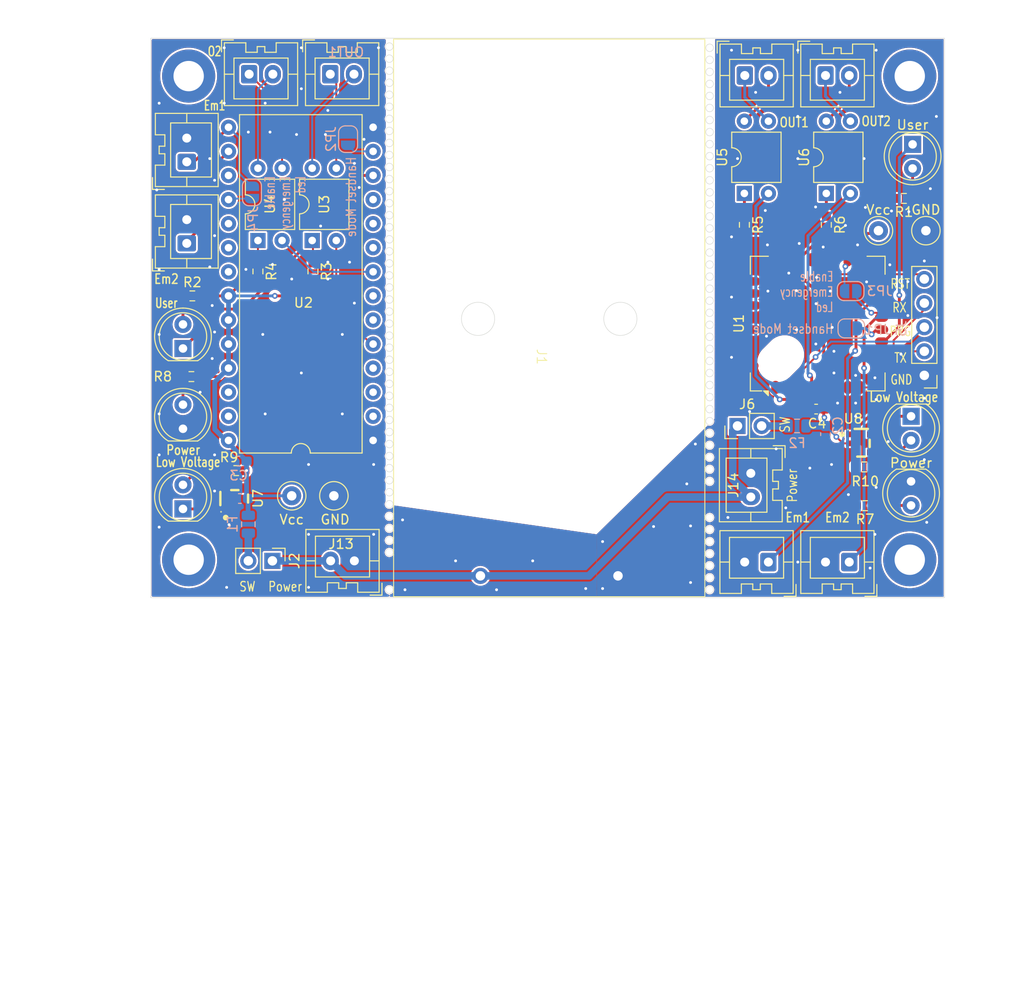
<source format=kicad_pcb>
(kicad_pcb (version 20240108) (generator "pcbnew") (generator_version "8.0")
  (layers (0 "F.Cu" signal) (31 "B.Cu" signal) (34 "B.Paste" user) (35 "F.Paste" user) (36 "B.SilkS" user "B.Silkscreen") (37 "F.SilkS" user "F.Silkscreen") (38 "B.Mask" user) (39 "F.Mask" user) (44 "Edge.Cuts" user))
  (net 0 "")
  (net 1 "VCC")
  (net 2 "GND")
  (net 3 "Net-(D1-A)")
  (net 4 "Net-(D1-K)")
  (net 5 "Net-(D2-A)")
  (net 6 "Net-(D2-K)")
  (net 7 "Net-(D3-A)")
  (net 8 "Net-(D4-A)")
  (net 9 "Net-(D5-A)")
  (net 10 "Net-(D5-K)")
  (net 11 "Net-(D6-K)")
  (net 12 "Net-(D6-A)")
  (net 13 "/DI1_1")
  (net 14 "/DI1_2")
  (net 15 "/TX2")
  (net 16 "/RX2")
  (net 17 "/PRG2")
  (net 18 "/RST2")
  (net 19 "Net-(J2-Pin_2)")
  (net 20 "Net-(J6-Pin_2)")
  (net 23 "/DI2_1")
  (net 24 "/DI2_2")
  (net 25 "Net-(J9-Pin_1)")
  (net 26 "Net-(J9-Pin_2)")
  (net 27 "Net-(J10-Pin_1)")
  (net 28 "Net-(J10-Pin_2)")
  (net 29 "Net-(J11-Pin_1)")
  (net 30 "Net-(J11-Pin_2)")
  (net 31 "Net-(J12-Pin_2)")
  (net 32 "Net-(J12-Pin_1)")
  (net 33 "Net-(JP1-B)")
  (net 34 "Net-(JP2-B)")
  (net 35 "Net-(R3-Pad1)")
  (net 36 "Net-(R4-Pad1)")
  (net 37 "Net-(R5-Pad1)")
  (net 38 "Net-(R6-Pad1)")
  (net 43 "/DO2_2")
  (net 46 "/DO1_2")
  (net 54 "/DO2_1")
  (net 58 "/DO1_1")
  (net 68 "/pwr")
  (net 71 "Net-(JP3-B)")
  (net 72 "Net-(JP4-B)")
  (footprint "Connector_JST:JST_XA_B02B-XASK-1_1x02_P2.50mm_Vertical" (layer "F.Cu") (at 170.544 41.456)
    (property "Reference" "OUT1")
    (property "Value" "XA02")
  )
  (footprint "Connector_PinHeader_2.54mm:PinHeader_1x02_P2.54mm_Vertical" (layer "F.Cu") (at 164.448 92.774 -90)
    (property "Reference" "J2")
    (property "Value" "Conn_01x02_Pin")
  )
  (footprint "R3111N211A:SOT-23-5_L2.9-W1.6-P0.95-LS2.8-BR" (layer "F.Cu") (at 226.508 80.383835 180)
    (property "Reference" "U8")
    (property "Value" "R3111N211A")
  )
  (footprint "Connector_JST:JST_XA_B02B-XASK-1_1x02_P2.50mm_Vertical" (layer "F.Cu") (at 155.42 59.293 90)
    (property "Reference" "Em2")
    (property "Value" "Emergency")
  )
  (footprint "Resistor_SMD:R_0603_1608Metric_Pad0.98x0.95mm_HandSolder" (layer "F.Cu") (at 156.0075 64.834)
    (property "Reference" "R2")
    (property "Value" "500")
  )
  (footprint "TestPoint:TestPoint_Loop_D1.80mm_Drill1.0mm_Beaded" (layer "F.Cu") (at 166.48 85.916)
    (property "Reference" "Vcc")
    (property "Value" "VCC")
  )
  (footprint "Package_DIP:DIP-4_W7.62mm" (layer "F.Cu") (at 222.823 54.029 90)
    (property "Reference" "U6")
    (property "Value" "PC817")
  )
  (footprint "Connector_JST:JST_XA_B02B-XASK-1_1x02_P2.50mm_Vertical" (layer "F.Cu") (at 173.084 92.774 180)
    (property "Reference" "J13")
    (property "Value" "XA02")
  )
  (footprint "Connector_JST:JST_XA_B02B-XASK-1_1x02_P2.50mm_Vertical" (layer "F.Cu") (at 214.232 41.593)
    (property "Reference" "OUT1")
    (property "Value" "XA02")
  )
  (footprint "R3111N211A:SOT-23-5_L2.9-W1.6-P0.95-LS2.8-BR" (layer "F.Cu") (at 160.483526 86.201066 -90)
    (property "Reference" "U7")
    (property "Value" "R3111N211A")
  )
  (footprint "Package_DIP:DIP-4_W7.62mm" (layer "F.Cu") (at 162.924 58.992 90)
    (property "Reference" "U4")
    (property "Value" "PC817")
  )
  (footprint "TestPoint:TestPoint_Loop_D1.80mm_Drill1.0mm_Beaded" (layer "F.Cu") (at 228.32 57.956)
    (property "Reference" "Vcc")
    (property "Value" "VCC")
  )
  (footprint "Resistor_SMD:R_0603_1608Metric_Pad0.98x0.95mm_HandSolder" (layer "F.Cu") (at 162.92 62.256 -90)
    (property "Reference" "R4")
    (property "Value" "300")
  )
  (footprint "battery_box:batterybox" (layer "F.Cu") (at 192.87 94.356 -90)
    (property "Reference" "J1")
    (property "Value" "BatteryBox")
    (fp_circle (center -27.1 6.75) (end -25.35 6.75) (stroke (width 0.05)) (fill none) (layer "Edge.Cuts"))
    (fp_circle (center -27.1 -8.25) (end -25.35 -8.25) (stroke (width 0.05)) (fill none) (layer "Edge.Cuts"))
  )
  (footprint "Connector_JST:JST_XA_B02B-XASK-1_1x02_P2.50mm_Vertical" (layer "F.Cu") (at 225.241 92.901 180)
    (property "Reference" "Em2")
    (property "Value" "Emergency1")
  )
  (footprint "Package_DIP:DIP-4_W7.62mm" (layer "F.Cu") (at 168.639 58.992 90)
    (property "Reference" "U3")
    (property "Value" "PC817")
  )
  (footprint "Package_DIP:DIP-28_W15.24mm" (layer "F.Cu") (at 175.06 80.074 180)
    (property "Reference" "U2")
    (property "Value" "TWE-L-DP-W")
  )
  (footprint "TestPoint:TestPoint_Loop_D1.80mm_Drill1.0mm_Beaded" (layer "F.Cu") (at 233.32 57.956)
    (property "Reference" "GND")
    (property "Value" "GND")
  )
  (footprint "MountingHole:MountingHole_3.2mm_M3_DIN965_Pad" (layer "F.Cu") (at 155.62 92.656)
    (property "Reference" "REF**" (hide yes))
    (property "Value" "MountingHole_3.2mm_M3_DIN965_Pad" (hide yes))
  )
  (footprint "Connector_JST:JST_XA_B02B-XASK-1_1x02_P2.50mm_Vertical" (layer "F.Cu") (at 216.7212 92.901 180)
    (property "Reference" "Em1")
    (property "Value" "Emergency2")
  )
  (footprint "Package_DIP:DIP-4_W7.62mm" (layer "F.Cu") (at 214.187 54.029 90)
    (property "Reference" "U5")
    (property "Value" "PC817")
  )
  (footprint "MountingHole:MountingHole_3.2mm_M3_DIN965_Pad" (layer "F.Cu") (at 231.62 92.656)
    (property "Reference" "REF**" (hide yes))
    (property "Value" "MountingHole_3.2mm_M3_DIN965_Pad" (hide yes))
  )
  (footprint "LED_THT:LED_D5.0mm" (layer "F.Cu") (at 155.02 70.379666 90)
    (property "Reference" "User")
    (property "Value" "usrLED")
  )
  (footprint "Connector_JST:JST_XA_B02B-XASK-1_1x02_P2.50mm_Vertical" (layer "F.Cu") (at 155.42 50.697 90)
    (property "Reference" "Em1")
    (property "Value" "Emergency")
  )
  (footprint "TestPoint:TestPoint_Loop_D1.80mm_Drill1.0mm_Beaded" (layer "F.Cu") (at 170.925 85.916)
    (property "Reference" "GND")
    (property "Value" "GND")
  )
  (footprint "Connector_PinHeader_2.54mm:PinHeader_1x05_P2.54mm_Vertical" (layer "F.Cu") (at 233.155 73.216 180)
    (property "Reference" "J5")
    (property "Value" "Program")
  )
  (footprint "Resistor_SMD:R_0603_1608Metric_Pad0.98x0.95mm_HandSolder" (layer "F.Cu") (at 226.9075 86.956 180)
    (property "Reference" "R7")
    (property "Value" "500")
  )
  (footprint "Resistor_SMD:R_0603_1608Metric_Pad0.98x0.95mm_HandSolder" (layer "F.Cu") (at 226.8285 82.868 180)
    (property "Reference" "R10")
    (property "Value" "500")
  )
  (footprint "LED_THT:LED_D5.0mm" (layer "F.Cu") (at 231.758 84.392 -90)
    (property "Reference" "Power")
    (property "Value" "pwrLED")
  )
  (footprint "LED_THT:LED_D5.0mm" (layer "F.Cu") (at 231.758 77.529 -90)
    (property "Reference" "Low Voltage")
    (property "Value" "btyLED")
  )
  (footprint "Resistor_SMD:R_0603_1608Metric_Pad0.98x0.95mm_HandSolder" (layer "F.Cu") (at 222.828 57.341 -90)
    (property "Reference" "R6")
    (property "Value" "300")
  )
  (footprint "Connector_JST:JST_XA_B02B-XASK-1_1x02_P2.50mm_Vertical" (layer "F.Cu") (at 214.867 83.543 -90)
    (property "Reference" "J14")
    (property "Value" "XA02")
  )
  (footprint "Resistor_SMD:R_0603_1608Metric_Pad0.98x0.95mm_HandSolder" (layer "F.Cu") (at 231.0075 54.556 180)
    (property "Reference" "R1")
    (property "Value" "500")
  )
  (footprint "Resistor_SMD:R_0603_1608Metric_Pad0.98x0.95mm_HandSolder" (layer "F.Cu") (at 214.192 57.341 -90)
    (property "Reference" "R5")
    (property "Value" "300")
  )
  (footprint "MountingHole:MountingHole_3.2mm_M3_DIN965_Pad" (layer "F.Cu") (at 231.62 41.656)
    (property "Reference" "REF**" (hide yes))
    (property "Value" "MountingHole_3.2mm_M3_DIN965_Pad" (hide yes))
  )
  (footprint "LED_THT:LED_D5.0mm" (layer "F.Cu") (at 155.02 87.296 90)
    (property "Reference" "Low Voltage")
    (property "Value" "btyLED")
  )
  (footprint "Resistor_SMD:R_0603_1608Metric_Pad0.98x0.95mm_HandSolder" (layer "F.Cu") (at 168.72 62.256 -90)
    (property "Reference" "R3")
    (property "Value" "300")
  )
  (footprint "Connector_JST:JST_XA_B02B-XASK-1_1x02_P2.50mm_Vertical" (layer "F.Cu") (at 222.741 41.593)
    (property "Reference" "OUT2")
    (property "Value" "XA02")
  )
  (footprint "Resistor_SMD:R_0603_1608Metric_Pad0.98x0.95mm_HandSolder" (layer "F.Cu") (at 155.9075 73.343)
    (property "Reference" "R8")
    (property "Value" "500")
  )
  (footprint "LED_THT:LED_D5.0mm" (layer "F.Cu") (at 231.92 48.856 -90)
    (property "Reference" "User")
    (property "Value" "usrLED")
  )
  (footprint "Connector_JST:JST_XA_B02B-XASK-1_1x02_P2.50mm_Vertical" (layer "F.Cu") (at 161.994 41.456)
    (property "Reference" "O2")
    (property "Value" "XA02")
  )
  (footprint "Connector_PinHeader_2.54mm:PinHeader_1x02_P2.54mm_Vertical" (layer "F.Cu") (at 213.465 78.55 90)
    (property "Reference" "J6")
    (property "Value" "Conn_01x02_Pin")
  )
  (footprint "Capacitor_SMD:C_0603_1608Metric_Pad1.08x0.95mm_HandSolder" (layer "F.Cu") (at 221.7515 76.772 180)
    (property "Reference" "C4")
    (property "Value" "100n")
  )
  (footprint "LED_THT:LED_D5.0mm" (layer "F.Cu") (at 155.02 78.846333 90)
    (property "Reference" "Power")
    (property "Value" "pwrLED")
  )
  (footprint "Resistor_SMD:R_0603_1608Metric_Pad0.98x0.95mm_HandSolder" (layer "F.Cu") (at 160.6325 83.256)
    (property "Reference" "R9")
    (property "Value" "500")
  )
  (footprint "MountingHole:MountingHole_3.2mm_M3_DIN965_Pad" (layer "F.Cu") (at 155.62 41.656)
    (property "Reference" "REF**" (hide yes))
    (property "Value" "MountingHole_3.2mm_M3_DIN965_Pad" (hide yes))
  )
  (footprint "RF_Module:MonoWireless_TWE-L-WX" (layer "F.Cu") (at 221.9165 67.755 90)
    (property "Reference" "U1")
    (property "Value" "TWE-L-WX")
  )
  (footprint "Capacitor_SMD:C_0603_1608Metric_Pad1.08x0.95mm_HandSolder" (layer "B.Cu") (at 161.018003 86.201003 180)
    (property "Reference" "C1" (hide yes))
    (property "Value" "1u")
  )
  (footprint "Jumper:SolderJumper-2_P1.3mm_Open_RoundedPad1.0x1.5mm" (layer "B.Cu") (at 225.461 68.263)
    (property "Reference" "JP1")
    (property "Value" "mode")
  )
  (footprint "Capacitor_SMD:C_0603_1608Metric_Pad1.08x0.95mm_HandSolder" (layer "B.Cu") (at 222.741 79.4125 -90)
    (property "Reference" "C2")
    (property "Value" "1u")
  )
  (footprint "Capacitor_SMD:C_0603_1608Metric_Pad1.08x0.95mm_HandSolder" (layer "B.Cu") (at 160.8575 82.256 180)
    (property "Reference" "C3")
    (property "Value" "100n")
  )
  (footprint "Fuse:Fuse_0805_2012Metric" (layer "B.Cu") (at 161.908 88.9155 -90)
    (property "Reference" "F1")
    (property "Value" "350mA")
  )
  (footprint "Jumper:SolderJumper-2_P1.3mm_Open_RoundedPad1.0x1.5mm" (layer "B.Cu") (at 172.42 48.306 -90)
    (property "Reference" "JP2")
    (property "Value" "mode")
  )
  (footprint "Fuse:Fuse_0805_2012Metric" (layer "B.Cu") (at 219.7415 78.55 180)
    (property "Reference" "F2")
    (property "Value" "350mA")
  )
  (footprint "Jumper:SolderJumper-2_P1.3mm_Open_RoundedPad1.0x1.5mm" (layer "B.Cu") (at 162.289 53.927 -90)
    (property "Reference" "JP4")
    (property "Value" "sw")
  )
  (footprint "Jumper:SolderJumper-2_P1.3mm_Open_RoundedPad1.0x1.5mm" (layer "B.Cu") (at 225.393 64.326 180)
    (property "Reference" "JP3")
    (property "Value" "sw")
  )
  (gr_circle (center 210.53 74.232) (end 210.93 74.232) (stroke (width 0.05)) (fill none) (layer "Edge.Cuts"))
  (gr_circle (center 210.53 39.942) (end 210.93 39.942) (stroke (width 0.05)) (fill none) (layer "Edge.Cuts"))
  (gr_circle (center 176.767 57.595) (end 177.167 57.595) (stroke (width 0.05)) (fill none) (layer "Edge.Cuts"))
  (gr_circle (center 176.767 79.185) (end 177.167 79.185) (stroke (width 0.05)) (fill none) (layer "Edge.Cuts"))
  (gr_circle (center 210.53 70.422) (end 210.93 70.422) (stroke (width 0.05)) (fill none) (layer "Edge.Cuts"))
  (gr_circle (center 210.53 84.392) (end 210.93 84.392) (stroke (width 0.05)) (fill none) (layer "Edge.Cuts"))
  (gr_circle (center 210.53 93.282) (end 210.93 93.282) (stroke (width 0.05)) (fill none) (layer "Edge.Cuts"))
  (gr_circle (center 210.53 72.962) (end 210.93 72.962) (stroke (width 0.05)) (fill none) (layer "Edge.Cuts"))
  (gr_circle (center 176.767 52.515) (end 177.167 52.515) (stroke (width 0.05)) (fill none) (layer "Edge.Cuts"))
  (gr_circle (center 210.53 69.152) (end 210.93 69.152) (stroke (width 0.05)) (fill none) (layer "Edge.Cuts"))
  (gr_circle (center 176.767 86.805) (end 177.167 86.805) (stroke (width 0.05)) (fill none) (layer "Edge.Cuts"))
  (gr_circle (center 176.767 53.785) (end 177.167 53.785) (stroke (width 0.05)) (fill none) (layer "Edge.Cuts"))
  (gr_circle (center 210.53 78.042) (end 210.93 78.042) (stroke (width 0.05)) (fill none) (layer "Edge.Cuts"))
  (gr_circle (center 210.53 88.202) (end 210.93 88.202) (stroke (width 0.05)) (fill none) (layer "Edge.Cuts"))
  (gr_circle (center 210.53 90.742) (end 210.93 90.742) (stroke (width 0.05)) (fill none) (layer "Edge.Cuts"))
  (gr_circle (center 176.767 62.675) (end 177.167 62.675) (stroke (width 0.05)) (fill none) (layer "Edge.Cuts"))
  (gr_circle (center 176.767 91.885) (end 177.167 91.885) (stroke (width 0.05)) (fill none) (layer "Edge.Cuts"))
  (gr_circle (center 176.767 70.295) (end 177.167 70.295) (stroke (width 0.05)) (fill none) (layer "Edge.Cuts"))
  (gr_circle (center 210.53 95.822) (end 210.93 95.822) (stroke (width 0.05)) (fill none) (layer "Edge.Cuts"))
  (gr_circle (center 210.53 51.372) (end 210.93 51.372) (stroke (width 0.05)) (fill none) (layer "Edge.Cuts"))
  (gr_circle (center 176.767 90.615) (end 177.167 90.615) (stroke (width 0.05)) (fill none) (layer "Edge.Cuts"))
  (gr_circle (center 176.767 43.625) (end 177.167 43.625) (stroke (width 0.05)) (fill none) (layer "Edge.Cuts"))
  (gr_circle (center 210.53 38.672) (end 210.93 38.672) (stroke (width 0.05)) (fill none) (layer "Edge.Cuts"))
  (gr_circle (center 210.53 61.532) (end 210.93 61.532) (stroke (width 0.05)) (fill none) (layer "Edge.Cuts"))
  (gr_circle (center 176.767 56.325) (end 177.167 56.325) (stroke (width 0.05)) (fill none) (layer "Edge.Cuts"))
  (gr_circle (center 210.53 48.832) (end 210.93 48.832) (stroke (width 0.05)) (fill none) (layer "Edge.Cuts"))
  (gr_circle (center 210.53 65.342) (end 210.93 65.342) (stroke (width 0.05)) (fill none) (layer "Edge.Cuts"))
  (gr_circle (center 210.53 62.802) (end 210.93 62.802) (stroke (width 0.05)) (fill none) (layer "Edge.Cuts"))
  (gr_circle (center 210.53 89.472) (end 210.93 89.472) (stroke (width 0.05)) (fill none) (layer "Edge.Cuts"))
  (gr_circle (center 176.767 63.945) (end 177.167 63.945) (stroke (width 0.05)) (fill none) (layer "Edge.Cuts"))
  (gr_circle (center 210.53 71.692) (end 210.93 71.692) (stroke (width 0.05)) (fill none) (layer "Edge.Cuts"))
  (gr_circle (center 210.53 64.072) (end 210.93 64.072) (stroke (width 0.05)) (fill none) (layer "Edge.Cuts"))
  (gr_circle (center 176.767 72.835) (end 177.167 72.835) (stroke (width 0.05)) (fill none) (layer "Edge.Cuts"))
  (gr_circle (center 210.53 66.612) (end 210.93 66.612) (stroke (width 0.05)) (fill none) (layer "Edge.Cuts"))
  (gr_circle (center 176.767 76.645) (end 177.167 76.645) (stroke (width 0.05)) (fill none) (layer "Edge.Cuts"))
  (gr_circle (center 210.53 42.482) (end 210.93 42.482) (stroke (width 0.05)) (fill none) (layer "Edge.Cuts"))
  (gr_circle (center 210.53 52.642) (end 210.93 52.642) (stroke (width 0.05)) (fill none) (layer "Edge.Cuts"))
  (gr_circle (center 176.767 55.055) (end 177.167 55.055) (stroke (width 0.05)) (fill none) (layer "Edge.Cuts"))
  (gr_circle (center 210.53 79.312) (end 210.93 79.312) (stroke (width 0.05)) (fill none) (layer "Edge.Cuts"))
  (gr_circle (center 176.767 85.535) (end 177.167 85.535) (stroke (width 0.05)) (fill none) (layer "Edge.Cuts"))
  (gr_circle (center 176.767 41.085) (end 177.167 41.085) (stroke (width 0.05)) (fill none) (layer "Edge.Cuts"))
  (gr_circle (center 210.53 43.752) (end 210.93 43.752) (stroke (width 0.05)) (fill none) (layer "Edge.Cuts"))
  (gr_circle (center 210.53 67.882) (end 210.93 67.882) (stroke (width 0.05)) (fill none) (layer "Edge.Cuts"))
  (gr_circle (center 176.767 75.375) (end 177.167 75.375) (stroke (width 0.05)) (fill none) (layer "Edge.Cuts"))
  (gr_circle (center 210.53 57.722) (end 210.93 57.722) (stroke (width 0.05)) (fill none) (layer "Edge.Cuts"))
  (gr_circle (center 176.767 47.435) (end 177.167 47.435) (stroke (width 0.05)) (fill none) (layer "Edge.Cuts"))
  (gr_circle (center 176.767 67.755) (end 177.167 67.755) (stroke (width 0.05)) (fill none) (layer "Edge.Cuts"))
  (gr_circle (center 210.53 83.122) (end 210.93 83.122) (stroke (width 0.05)) (fill none) (layer "Edge.Cuts"))
  (gr_circle (center 210.53 41.212) (end 210.93 41.212) (stroke (width 0.05)) (fill none) (layer "Edge.Cuts"))
  (gr_circle (center 210.53 94.552) (end 210.93 94.552) (stroke (width 0.05)) (fill none) (layer "Edge.Cuts"))
  (gr_circle (center 210.53 81.852) (end 210.93 81.852) (stroke (width 0.05)) (fill none) (layer "Edge.Cuts"))
  (gr_circle (center 210.53 45.022) (end 210.93 45.022) (stroke (width 0.05)) (fill none) (layer "Edge.Cuts"))
  (gr_circle (center 176.767 49.975) (end 177.167 49.975) (stroke (width 0.05)) (fill none) (layer "Edge.Cuts"))
  (gr_circle (center 210.53 58.992) (end 210.93 58.992) (stroke (width 0.05)) (fill none) (layer "Edge.Cuts"))
  (gr_circle (center 176.767 95.822) (end 177.167 95.822) (stroke (width 0.05)) (fill none) (layer "Edge.Cuts"))
  (gr_circle (center 176.767 48.705) (end 177.167 48.705) (stroke (width 0.05)) (fill none) (layer "Edge.Cuts"))
  (gr_circle (center 176.767 42.355) (end 177.167 42.355) (stroke (width 0.05)) (fill none) (layer "Edge.Cuts"))
  (gr_circle (center 176.767 71.565) (end 177.167 71.565) (stroke (width 0.05)) (fill none) (layer "Edge.Cuts"))
  (gr_circle (center 210.53 76.772) (end 210.93 76.772) (stroke (width 0.05)) (fill none) (layer "Edge.Cuts"))
  (gr_circle (center 176.767 84.265) (end 177.167 84.265) (stroke (width 0.05)) (fill none) (layer "Edge.Cuts"))
  (gr_circle (center 210.53 47.562) (end 210.93 47.562) (stroke (width 0.05)) (fill none) (layer "Edge.Cuts"))
  (gr_circle (center 210.53 75.502) (end 210.93 75.502) (stroke (width 0.05)) (fill none) (layer "Edge.Cuts"))
  (gr_circle (center 176.767 88.075) (end 177.167 88.075) (stroke (width 0.05)) (fill none) (layer "Edge.Cuts"))
  (gr_circle (center 210.53 50.102) (end 210.93 50.102) (stroke (width 0.05)) (fill none) (layer "Edge.Cuts"))
  (gr_circle (center 176.767 74.105) (end 177.167 74.105) (stroke (width 0.05)) (fill none) (layer "Edge.Cuts"))
  (gr_circle (center 210.53 53.912) (end 210.93 53.912) (stroke (width 0.05)) (fill none) (layer "Edge.Cuts"))
  (gr_circle (center 176.767 81.725) (end 177.167 81.725) (stroke (width 0.05)) (fill none) (layer "Edge.Cuts"))
  (gr_circle (center 176.767 61.405) (end 177.167 61.405) (stroke (width 0.05)) (fill none) (layer "Edge.Cuts"))
  (gr_circle (center 210.53 92.012) (end 210.93 92.012) (stroke (width 0.05)) (fill none) (layer "Edge.Cuts"))
  (gr_circle (center 210.53 46.292) (end 210.93 46.292) (stroke (width 0.05)) (fill none) (layer "Edge.Cuts"))
  (gr_circle (center 176.767 38.545) (end 177.167 38.545) (stroke (width 0.05)) (fill none) (layer "Edge.Cuts"))
  (gr_circle (center 210.53 55.182) (end 210.93 55.182) (stroke (width 0.05)) (fill none) (layer "Edge.Cuts"))
  (gr_circle (center 176.767 69.025) (end 177.167 69.025) (stroke (width 0.05)) (fill none) (layer "Edge.Cuts"))
  (gr_circle (center 210.53 56.452) (end 210.93 56.452) (stroke (width 0.05)) (fill none) (layer "Edge.Cuts"))
  (gr_circle (center 176.767 77.915) (end 177.167 77.915) (stroke (width 0.05)) (fill none) (layer "Edge.Cuts"))
  (gr_circle (center 210.53 80.582) (end 210.93 80.582) (stroke (width 0.05)) (fill none) (layer "Edge.Cuts"))
  (gr_circle (center 176.767 46.165) (end 177.167 46.165) (stroke (width 0.05)) (fill none) (layer "Edge.Cuts"))
  (gr_circle (center 176.767 80.455) (end 177.167 80.455) (stroke (width 0.05)) (fill none) (layer "Edge.Cuts"))
  (gr_circle (center 210.53 60.262) (end 210.93 60.262) (stroke (width 0.05)) (fill none) (layer "Edge.Cuts"))
  (gr_circle (center 176.767 89.345) (end 177.167 89.345) (stroke (width 0.05)) (fill none) (layer "Edge.Cuts"))
  (gr_rect (start 151.62 37.656) (end 235.284 96.656) (stroke (width 0.05)) (fill none) (layer "Edge.Cuts"))
  (gr_circle (center 176.767 58.865) (end 177.167 58.865) (stroke (width 0.05)) (fill none) (layer "Edge.Cuts"))
  (gr_circle (center 176.767 39.815) (end 177.167 39.815) (stroke (width 0.05)) (fill none) (layer "Edge.Cuts"))
  (gr_circle (center 176.767 82.995) (end 177.167 82.995) (stroke (width 0.05)) (fill none) (layer "Edge.Cuts"))
  (gr_circle (center 176.767 51.245) (end 177.167 51.245) (stroke (width 0.05)) (fill none) (layer "Edge.Cuts"))
  (gr_circle (center 176.767 44.895) (end 177.167 44.895) (stroke (width 0.05)) (fill none) (layer "Edge.Cuts"))
  (gr_circle (center 176.767 60.135) (end 177.167 60.135) (stroke (width 0.05)) (fill none) (layer "Edge.Cuts"))
  (gr_circle (center 176.767 66.485) (end 177.167 66.485) (stroke (width 0.05)) (fill none) (layer "Edge.Cuts"))
  (gr_circle (center 176.767 65.215) (end 177.167 65.215) (stroke (width 0.05)) (fill none) (layer "Edge.Cuts"))
  (gr_text "Enable\nEmergency\nLed" (at 223.63 66.612 0) (layer "B.SilkS") (effects (font (size 1 0.7) (thickness 0.125)) (justify left bottom mirror)))
  (gr_text "Handset Mode" (at 173.338 50.102 90) (layer "B.SilkS") (effects (font (size 1 0.8) (thickness 0.125)) (justify left bottom mirror)))
  (gr_text "Enable\nEmergency\nLed" (at 168.004 52.134 90) (layer "B.SilkS") (effects (font (size 1 0.7) (thickness 0.125)) (justify left bottom mirror)))
  (gr_text "Handset Mode" (at 223.63 68.898 0) (layer "B.SilkS") (effects (font (size 1 0.8) (thickness 0.125)) (justify left bottom mirror)))
  (gr_text "RX" (at 229.72 66.656 0) (layer "F.SilkS") (effects (font (size 1 0.75) (thickness 0.125)) (justify left bottom)))
  (gr_text "PRG" (at 229.42 69.156 0) (layer "F.SilkS") (effects (font (size 1 0.75) (thickness 0.125)) (justify left bottom)))
  (gr_text "SW" (at 219.058 79.312 90) (layer "F.SilkS") (effects (font (size 1 0.8) (thickness 0.125)) (justify left bottom)))
  (gr_text "Power" (at 163.94 96.076 0) (layer "F.SilkS") (effects (font (size 1 0.8) (thickness 0.125)) (justify left bottom)))
  (gr_text "SW" (at 160.892 96.076 0) (layer "F.SilkS") (effects (font (size 1 0.8) (thickness 0.125)) (justify left bottom)))
  (gr_text "RST" (at 229.52 64.156 0) (layer "F.SilkS") (effects (font (size 1 0.75) (thickness 0.125)) (justify left bottom)))
  (gr_text "TX" (at 229.92 71.956 0) (layer "F.SilkS") (effects (font (size 1 0.75) (thickness 0.125)) (justify left bottom)))
  (gr_text "Power" (at 219.82 86.678 90) (layer "F.SilkS") (effects (font (size 1 0.8) (thickness 0.125)) (justify left bottom)))
  (gr_text "GND" (at 229.52 74.256 -0) (layer "F.SilkS") (effects (font (size 1 0.75) (thickness 0.125)) (justify left bottom)))
  (segment (start 226.208 82.576) (end 225.916 82.868) (width 0.2) (layer "F.Cu") (net 1))
  (segment (start 220.709 63.31) (end 221.09 63.691) (width 0.3) (layer "F.Cu") (net 1))
  (segment (start 230.095 54.556) (end 226.5255 54.556) (width 0.3) (layer "F.Cu") (net 1))
  (segment (start 167.0545 64.834) (end 164.702 64.834) (width 0.3) (layer "F.Cu") (net 1))
  (segment (start 225.408 80.383708) (end 225.858038 80.383708) (width 0.2) (layer "F.Cu") (net 1))
  (segment (start 162.92 63.1685) (end 161.4855 63.1685) (width 0.3) (layer "F.Cu") (net 1))
  (segment (start 222.5515 74.49) (end 222.5515 77.5985) (width 0.3) (layer "F.Cu") (net 1))
  (segment (start 160.483399 87.301066) (end 160.483399 84.317601) (width 0.3) (layer "F.Cu") (net 1))
  (segment (start 225.995 82.947) (end 225.916 82.868) (width 0.3) (layer "F.Cu") (net 1))
  (segment (start 225.858038 80.383708) (end 226.208 80.73367) (width 0.2) (layer "F.Cu") (net 1))
  (segment (start 222.828 58.2535) (end 228.0225 58.2535) (width 0.3) (layer "F.Cu") (net 1))
  (segment (start 225.408 80.383708) (end 224.574708 80.383708) (width 0.2) (layer "F.Cu") (net 1))
  (segment (start 161.4855 63.1685) (end 159.82 64.834) (width 0.3) (layer "F.Cu") (net 1))
  (segment (start 158.931 73.343) (end 159.82 72.454) (width 0.3) (layer "F.Cu") (net 1))
  (segment (start 222.4985 74.543) (end 222.5515 74.49) (width 0.5) (layer "F.Cu") (net 1))
  (segment (start 220.0115 61.02) (end 220.0115 60.908629) (width 0.3) (layer "F.Cu") (net 1))
  (segment (start 225.995 86.956) (end 225.995 82.947) (width 0.3) (layer "F.Cu") (net 1))
  (segment (start 217.14475 58.2535) (end 214.192 58.2535) (width 0.3) (layer "F.Cu") (net 1))
  (segment (start 222.5515 77.5985) (end 222.614 77.661) (width 0.3) (layer "F.Cu") (net 1))
  (segment (start 222.5515 65.1525) (end 221.09 63.691) (width 0.3) (layer "F.Cu") (net 1))
  (segment (start 228.0225 58.2535) (end 228.32 57.956) (width 0.3) (layer "F.Cu") (net 1))
  (segment (start 168.72 63.1685) (end 167.0545 64.834) (width 0.3) (layer "F.Cu") (net 1))
  (segment (start 215.1815 63.31) (end 220.709 63.31) (width 0.3) (layer "F.Cu") (net 1))
  (segment (start 220.0115 61.02) (end 219.91125 61.02) (width 0.3) (layer "F.Cu") (net 1))
  (segment (start 156.82 73.343) (end 158.931 73.343) (width 0.3) (layer "F.Cu") (net 1))
  (segment (start 226.208 80.73367) (end 226.208 82.576) (width 0.2) (layer "F.Cu") (net 1))
  (segment (start 217.4715 61.02) (end 220.0115 61.02) (width 0.3) (layer "F.Cu") (net 1))
  (segment (start 219.91125 61.02) (end 217.14475 58.2535) (width 0.3) (layer "F.Cu") (net 1))
  (segment (start 222.666629 58.2535) (end 222.828 58.2535) (width 0.3) (layer "F.Cu") (net 1))
  (segment (start 226.5255 54.556) (end 222.828 58.2535) (width 0.3) (layer "F.Cu") (net 1))
  (segment (start 156.92 64.834) (end 159.82 64.834) (width 0.3) (layer "F.Cu") (net 1))
  (segment (start 220.0115 60.908629) (end 222.666629 58.2535) (width 0.3) (layer "F.Cu") (net 1))
  (segment (start 222.5515 74.49) (end 222.5515 65.1525) (width 0.3) (layer "F.Cu") (net 1))
  (segment (start 160.483399 84.317601) (end 161.545 83.256) (width 0.3) (layer "F.Cu") (net 1))
  (segment (start 224.574708 80.383708) (end 223.884 79.693) (width 0.2) (layer "F.Cu") (net 1))
  (segment (start 220.0115 62.6125) (end 220.0115 61.02) (width 0.3) (layer "F.Cu") (net 1))
  (segment (start 221.09 63.691) (end 220.0115 62.6125) (width 0.3) (layer "F.Cu") (net 1))
  (via (at 223.884 79.693) (size 0.6) (drill 0.3) (layers "F.Cu" "B.Cu") (net 1))
  (via (at 161.72 83.249) (size 0.6) (drill 0.3) (layers "F.Cu" "B.Cu") (net 1))
  (via (at 164.702 64.834) (size 0.6) (drill 0.3) (layers "F.Cu" "B.Cu") (net 1))
  (via (at 222.614 77.661) (size 0.6) (drill 0.3) (layers "F.Cu" "B.Cu") (net 1))
  (segment (start 161.804 82.256) (end 161.72 82.256) (width 0.5) (layer "B.Cu") (net 1))
  (segment (start 223.884 79.693) (end 222.741 78.55) (width 0.2) (layer "B.Cu") (net 1))
  (segment (start 161.72 82.256) (end 161.72 83.249) (width 0.5) (layer "B.Cu") (net 1))
  (segment (start 222.614 77.661) (end 222.614 78.423) (width 0.3) (layer "B.Cu") (net 1))
  (segment (start 158.372 78.908) (end 158.372 73.902) (width 0.5) (layer "B.Cu") (net 1))
  (segment (start 161.880503 86.201003) (end 161.880503 87.950503) (width 0.5) (layer "B.Cu") (net 1))
  (segment (start 164.702 64.834) (end 159.82 64.834) (width 0.3) (layer "B.Cu") (net 1))
  (segment (start 161.72 82.256) (end 158.372 78.908) (width 0.5) (layer "B.Cu") (net 1))
  (segment (start 161.880503 87.950503) (end 161.908 87.978) (width 0.5) (layer "B.Cu") (net 1))
  (segment (start 159.82 65.032) (end 159.622 64.834) (width 0.5) (layer "B.Cu") (net 1))
  (segment (start 159.82 72.454) (end 159.82 65.032) (width 0.5) (layer "B.Cu") (net 1))
  (segment (start 158.372 73.902) (end 159.82 72.454) (width 0.5) (layer "B.Cu") (net 1))
  (segment (start 161.72 86.0405) (end 161.880503 86.201003) (width 0.5) (layer "B.Cu") (net 1))
  (segment (start 162.165506 85.916) (end 161.880503 86.201003) (width 0.3) (layer "B.Cu") (net 1))
  (segment (start 161.72 83.249) (end 161.72 86.0405) (width 0.5) (layer "B.Cu") (net 1))
  (segment (start 220.679 78.55) (end 222.741 78.55) (width 0.8) (layer "B.Cu") (net 1))
  (segment (start 166.48 85.916) (end 162.165506 85.916) (width 0.3) (layer "B.Cu") (net 1))
  (segment (start 222.614 78.423) (end 222.741 78.55) (width 0.3) (layer "B.Cu") (net 1))
  (segment (start 197.468 95.695) (end 199.246 95.695) (width 0.3) (layer "F.Cu") (net 2))
  (via (at 172.576 61.278) (size 0.6) (drill 0.3) (layers "F.Cu" "B.Cu") (net 2))
  (via (at 166.48 63.056) (size 0.6) (drill 0.3) (layers "F.Cu" "B.Cu") (net 2))
  (via (at 228.71 45.911) (size 0.6) (drill 0.3) (layers "F.Cu" "B.Cu") (net 2))
  (via (at 233.79 53.531) (size 0.6) (drill 0.3) (layers "F.Cu" "B.Cu") (net 2))
  (via (at 156.828 74.994) (size 0.6) (drill 0.3) (layers "F.Cu" "B.Cu") (net 2))
  (via (at 223.63 70.676) (size 0.6) (drill 0.3) (layers "F.Cu" "B.Cu") (net 2))
  (via (at 170.29 45.276) (size 0.6) (drill 0.3) (layers "F.Cu" "B.Cu") (net 2))
  (via (at 188.07 95.822) (size 0.6) (drill 0.3) (layers "F.Cu" "B.Cu") (net 2))
  (via (at 219.82 45.911) (size 0.6) (drill 0.3) (layers "F.Cu" "B.Cu") (net 2))
  (via (at 225.916 73.216) (size 0.6) (drill 0.3) (layers "F.Cu" "B.Cu") (net 2))
  (via (at 209.025 80.455) (size 0.6) (drill 0.3) (layers "F.Cu" "B.Cu") (net 2))
  (via (at 218.87 62.431) (size 0.6) (drill 0.3) (layers "F.Cu" "B.Cu") (net 2))
  (via (at 223.249 64.326) (size 0.6) (drill 0.3) (layers "F.Cu" "B.Cu") (net 2))
  (via (at 161.654 62.04) (size 0.6) (drill 0.3) (layers "F.Cu" "B.Cu") (net 2))
  (via (at 159.876 88.964) (size 0.6) (drill 0.3) (layers "F.Cu" "B.Cu") (net 2))
  (via (at 159.622 95.568) (size 0.6) (drill 0.3) (layers "F.Cu" "B.Cu") (net 2))
  (via (at 175.116 82.614) (size 0.6) (drill 0.3) (layers "F.Cu" "B.Cu") (net 2))
  (via (at 230.695 70.981) (size 0.6) (drill 0.3) (layers "F.Cu" "B.Cu") (net 2))
  (via (at 221.09 82.995) (size 0.6) (drill 0.3) (layers "F.Cu" "B.Cu") (net 2))
  (via (at 214.74 77.026) (size 0.6) (drill 0.3) (layers "F.Cu" "B.Cu") (net 2))
  (via (at 167.496 42.99) (size 0.6) (drill 0.3) (layers "F.Cu" "B.Cu") (net 2))
  (via (at 234.495 67.131) (size 0.6) (drill 0.3) (layers "F.Cu" "B.Cu") (net 2))
  (via (at 158.352 58.484) (size 0.6) (drill 0.3) (layers "F.Cu" "B.Cu") (net 2))
  (via (at 233.409 88.71) (size 0.6) (drill 0.3) (layers "F.Cu" "B.Cu") (net 2))
  (via (at 213.47 50.356) (size 0.6) (drill 0.3) (layers "F.Cu" "B.Cu") (net 2))
  (via (at 219.695 68.406) (size 0.6) (drill 0.3) (layers "F.Cu" "B.Cu") (net 2))
  (via (at 199.246 95.695) (size 0.6) (drill 0.3) (layers "F.Cu" "B.Cu") (net 2))
  (via (at 229.52 61.556) (size 0.6) (drill 0.3) (layers "F.Cu" "B.Cu") (net 2))
  (via (at 167.496 72.962) (size 0.6) (drill 0.3) (layers "F.Cu" "B.Cu") (net 2))
  (via (at 222.495 59.681) (size 0.6) (drill 0.3) (layers "F.Cu" "B.Cu") (net 2))
  (via (at 152.51 77.28) (size 0.6) (drill 0.3) (layers "F.Cu" "B.Cu") (net 2))
  (via (at 231.52 55.956) (size 0.6) (drill 0.3) (layers "F.Cu" "B.Cu") (net 2))
  (via (at 161.908 47.562) (size 0.6) (drill 0.3) (layers "F.Cu" "B.Cu") (net 2))
  (via (at 212.835 64.961) (size 0.6) (drill 0.3) (layers "F.Cu" "B.Cu") (net 2))
  (via (at 218.55 87.186) (size 0.6) (drill 0.3) (layers "F.Cu" "B.Cu") (net 2))
  (via (at 229.695 55.881) (size 0.6) (drill 0.3) (layers "F.Cu" "B.Cu") (net 2))
  (via (at 164.448 61.532) (size 0.6) (drill 0.3) (layers "F.Cu" "B.Cu") (net 2))
  (via (at 225.916 76.137) (size 0.6) (drill 0.3) (layers "F.Cu" "B.Cu") (net 2))
  (via (at 224.011 76.137) (size 0.6) (drill 0.3) (layers "F.Cu" "B.Cu") (net 2))
  (via (at 233.155 61.151) (size 0.6) (drill 0.3) (layers "F.Cu" "B.Cu") (net 2))
  (via (at 163.686 44.514) (size 0.6) (drill 0.3) (layers "F.Cu" "B.Cu") (net 2))
  (via (at 221.72 69.906) (size 0.6) (drill 0.3) (layers "F.Cu" "B.Cu") (net 2))
  (via (at 221.695 55.456) (size 0.6) (drill 0.3) (layers "F.Cu" "B.Cu") (net 2))
  (via (at 219.82 50.356) (size 0.6) (drill 0.3) (layers "F.Cu" "B.Cu") (net 2))
  (via (at 170.036 47.816) (size 0.6) (drill 0.3) (layers "F.Cu" "B.Cu") (net 2))
  (via (at 152.51 62.04) (size 0.6) (drill 0.3) (layers "F.Cu" "B.Cu") (net 2))
  (via (at 168.258 95.568) (size 0.6) (drill 0.3) (layers "F.Cu" "B.Cu") (net 2))
  (via (at 223.376 82.614) (size 0.6) (drill 0.3) (layers "F.Cu" "B.Cu") (net 2))
  (via (at 164.194 47.562) (size 0.6) (drill 0.3) (layers "F.Cu" "B.Cu") (net 2))
  (via (at 219.82 38.926) (size 0.6) (drill 0.3) (layers "F.Cu" "B.Cu") (net 2))
  (via (at 173.084 50.864) (size 0.6) (drill 0.3) (layers "F.Cu" "B.Cu") (net 2))
  (via (at 152.51 68.898) (size 0.6) (drill 0.3) (layers "F.Cu" "B.Cu") (net 2))
  (via (at 221.745 65.656) (size 0.6) (drill 0.3) (layers "F.Cu" "B.Cu") (net 2))
  (via (at 226.12 59.456) (size 0.6) (drill 0.3) (layers "F.Cu" "B.Cu") (net 2))
  (via (at 228.075 75.756) (size 0.6) (drill 0.3) (layers "F.Cu" "B.Cu") (net 2))
  (via (at 216.62 59.456) (size 0.6) (drill 0.3) (layers "F.Cu" "B.Cu") (net 2))
  (via (at 228.075 38.926) (size 0.6) (drill 0.3) (layers "F.Cu" "B.Cu") (net 2))
  (via (at 224.265 43.371) (size 0.6) (drill 0.3) (layers "F.Cu" "B.Cu") (net 2))
  (via (at 223.63 72.962) (size 0.6) (drill 0.3) (layers "F.Cu" "B.Cu") (net 2))
  (via (at 208.517 89.091) (size 0.6) (drill 0.3) (layers "F.Cu" "B.Cu") (net 2))
  (via (at 168.258 89.98) (size 0.6) (drill 0.3) (layers "F.Cu" "B.Cu") (net 2))
  (via (at 231.42 66.906) (size 0.6) (drill 0.3) (layers "F.Cu" "B.Cu") (net 2))
  (via (at 216.67 64.331) (size 0.6) (drill 0.3) (layers "F.Cu" "B.Cu") (net 2))
  (via (at 234.425 45.911) (size 0.6) (drill 0.3) (layers "F.Cu" "B.Cu") (net 2))
  (via (at 152.51 81.598) (size 0.6) (drill 0.3) (layers "F.Cu" "B.Cu") (net 2))
  (via (at 152.51 89.218) (size 0.6) (drill 0.3) (layers "F.Cu" "B.Cu") (net 2))
  (via (at 233.155 75.629) (size 0.6) (drill 0.3) (layers "F.Cu" "B.Cu") (net 2))
  (via (at 157.844 61.786) (size 0.6) (drill 0.3) (layers "F.Cu" "B.Cu") (net 2))
  (via (at 158.352 81.598) (size 0.6) (drill 0.3) (layers "F.Cu" "B.Cu") (net 2))
  (via (at 157.844 50.356) (size 0.6) (drill 0.3) (layers "F.Cu" "B.Cu") (net 2))
  (via (at 191.88 92.774) (size 0.6) (drill 0.3) (layers "F.Cu" "B.Cu") (net 2))
  (via (at 226.945 55.506) (size 0.6) (drill 0.3) (layers "F.Cu" "B.Cu") (net 2))
  (via (at 219.67 64.281) (size 0.6) (drill 0.3) (layers "F.Cu" "B.Cu") (net 2))
  (via (at 197.468 95.695) (size 0.6) (drill 0.3) (layers "F.Cu" "B.Cu") (net 2))
  (via (at 212.835 58.611) (size 0.6) (drill 0.3) (layers "F.Cu" "B.Cu") (net 2))
  (via (at 170.29 61.278) (size 0.6) (drill 0.3) (layers "F.Cu" "B.Cu") (net 2))
  (via (at 217.534 80.963) (size 0.6) (drill 0.3) (layers "F.Cu" "B.Cu") (net 2))
  (via (at 166.988 47.816) (size 0.6) (drill 0.3) (layers "F.Cu" "B.Cu") (net 2))
  (via (at 228.075 85.027) (size 0.6) (drill 0.3) (layers "F.Cu" "B.Cu") (net 2))
  (via (at 212.835 71.311) (size 0.6) (drill 0.3) (layers "F.Cu" "B.Cu") (net 2))
  (via (at 216.395 55.831) (size 0.6) (drill 0.3) (layers "F.Cu" "B.Cu") (net 2))
  (via (at 225.916 77.534) (size 0.6) (drill 0.3) (layers "F.Cu" "B.Cu") (net 2))
  (via (at 159.368 38.672) (size 0.6) (drill 0.3) (layers "F.Cu" "B.Cu") (net 2))
  (via (at 158.352 52.642) (size 0.6) (drill 0.3) (layers "F.Cu" "B.Cu") (net 2))
  (via (at 165.718 54.674) (size 0.6) (drill 0.3) (layers "F.Cu" "B.Cu") (net 2))
  (via (at 171.814 77.28) (size 0.6) (drill 0.3) (layers "F.Cu" "B.Cu") (net 2))
  (via (at 159.368 44.514) (size 0.6) (drill 0.3) (layers "F.Cu" "B.Cu") (net 2))
  (via (at 233.155 82.106) (size 0.6) (drill 0.3) (layers "F.Cu" "B.Cu") (net 2))
  (via (at 199.246 90.742) (size 0.6) (drill 0.3) (layers "F.Cu" "B.Cu") (net 2))
  (via (at 208.517 95.06) (size 0.6) (drill 0.3) (layers "F.Cu" "B.Cu") (net 2))
  (via (at 175.116 89.98) (size 0.6) (drill 0.3) (layers "F.Cu" "B.Cu") (net 2))
  (via (at 225.154 85.789) (size 0.6) (drill 0.3) (layers "F.Cu" "B.Cu") (net 2))
  (via (at 163.432 68.898) (size 0.6) (drill 0.3) (layers "F.Cu" "B.Cu") (net 2))
  (via (at 163.686 77.28) (size 0.6) (drill 0.3) (layers "F.Cu" "B.Cu") (net 2))
  (via (at 152.51 44.514) (size 0.6) (drill 0.3) (layers "F.Cu" "B.Cu") (net 2))
  (via (at 178.164 88.456) (size 0.6) (drill 0.3) (layers "F.Cu" "B.Cu") (net 2))
  (via (at 169.528 57.468) (size 0.6) (drill 0.3) (layers "F.Cu" "B.Cu") (net 2))
  (via (at 212.454 88.202) (size 0.6) (drill 0.3) (layers "F.Cu" "B.Cu") (net 2))
  (via (at 173.084 65.596) (size 0.6) (drill 0.3) (layers "F.Cu" "B.Cu") (net 2))
  (via (at 168.258 82.614) (size 0.6) (drill 0.3) (layers "F.Cu" "B.Cu") (net 2))
  (via (at 158.352 68.644) (size 0.6) (drill 0.3) (layers "F.Cu" "B.Cu") (net 2))
  (via (at 158.352 85.408) (size 0.6) (drill 0.3) (layers "F.Cu" "B.Cu") (net 2))
  (via (at 183.752 92.774) (size 0.6) (drill 0.3) (layers "F.Cu" "B.Cu") (net 2))
  (via (at 227.948 89.98) (size 0.6) (drill 0.3) (layers "F.Cu" "B.Cu") (net 2))
  (via (at 158.098 65.85) (size 0.6) (drill 0.3) (layers "F.Cu" "B.Cu") (net 2))
  (via (at 212.835 38.926) (size 0.6) (drill 0.3) (layers "F.Cu" "B.Cu") (net 2))
  (via (at 226.805 50.356) (size 0.6) (drill 0.3) (layers "F.Cu" "B.Cu") (net 2))
  (via (at 158.098 71.438) (size 0.6) (drill 0.3) (layers "F.Cu" "B.Cu") (net 2))
  (via (at 229.345 80.201) (size 0.6) (drill 0.3) (layers "F.Cu" "B.Cu") (net 2))
  (via (at 152.256 53.658) (size 0.6) (drill 0.3) (layers "F.Cu" "B.Cu") (net 2))
  (via (at 171.814 68.898) (size 0.6) (drill 0.3) (layers "F.Cu" "B.Cu") (net 2))
  (via (at 223.445 68.156) (size 0.6) (drill 0.3) (layers "F.Cu" "B.Cu") (net 2))
  (via (at 219.82 92.901) (size 0.6) (drill 0.3) (layers "F.Cu" "B.Cu") (net 2))
  (via (at 178.418 95.822) (size 0.6) (drill 0.3) (layers "F.Cu" "B.Cu") (net 2))
  (via (at 175.624 38.672) (size 0.6) (drill 0.3) (layers "F.Cu" "B.Cu") (net 2))
  (via (at 204.62 89.156) (size 0.6) (drill 0.3) (layers "F.Cu" "B.Cu") (net 2))
  (via (at 208.12 84.656) (size 0.6) (drill 0.3) (layers "F.Cu" "B.Cu") (net 2))
  (via (at 227.07 63.356) (size 0.6) (drill 0.3) (layers "F.Cu" "B.Cu") (net 2))
  (via (at 231.42 63.331) (size 0.6) (drill 0.3) (layers "F.Cu" "B.Cu") (net 2))
  (via (at 219.97 59.306) (size 0.6) (drill 0.3) (layers "F.Cu" "B.Cu") (net 2))
  (via (at 170.29 63.056) (size 0.6) (drill 0.3) (layers "F.Cu" "B.Cu") (net 2))
  (via (at 221.795 62.881) (size 0.6) (drill 0.3) (layers "F.Cu" "B.Cu") (net 2))
  (via (at 167.496 38.672) (size 0.6) (drill 0.3) (layers "F.Cu" "B.Cu") (net 2))
  (via (at 215.375 43.371) (size 0.6) (drill 0.3) (layers "F.Cu" "B.Cu") (net 2))
  (via (at 216.52 69.081) (size 0.6) (drill 0.3) (layers "F.Cu" "B.Cu") (net 2))
  (via (at 227.948 73.47) (size 0.6) (drill 0.3) (layers "F.Cu" "B.Cu") (net 2))
  (via (at 227.44 93.536) (size 0.6) (drill 0.3) (layers "F.Cu" "B.Cu") (net 2))
  (via (at 174.1 48.324) (size 0.6) (drill 0.3) (layers "F.Cu" "B.Cu") (net 2))
  (via (at 173.592 53.404) (size 0.6) (drill 0.3) (layers "F.Cu" "B.Cu") (net 2))
  (via (at 224.845 57.406) (size 0.6) (drill 0.3) (layers "F.Cu" "B.Cu") (net 2))
  (segment (start 231.92 54.556) (end 231.92 51.396) (width 0.3) (layer "F.Cu") (net 3))
  (segment (start 228.6515 69.66) (end 228.9015 69.66) (width 0.3) (layer "F.Cu") (net 4))
  (segment (start 230.52 68.0415) (end 230.52 64.756) (width 0.3) (layer "F.Cu") (net 4))
  (segment (start 228.9015 69.66) (end 230.52 68.0415) (width 0.3) (layer "F.Cu") (net 4))
  (via (at 230.52 64.756) (size 0.6) (drill 0.3) (layers "F.Cu" "B.Cu") (net 4))
  (segment (start 230.52 64.756) (end 230.52 50.256) (width 0.3) (layer "B.Cu") (net 4))
  (segment (start 230.52 50.256) (end 231.92 48.856) (width 0.3) (layer "B.Cu") (net 4))
  (segment (start 155.02 64.909) (end 155.095 64.834) (width 0.3) (layer "F.Cu") (net 5))
  (segment (start 155.02 67.839666) (end 155.02 64.909) (width 0.3) (layer "F.Cu") (net 5))
  (segment (start 159.175666 66.224) (end 161.28 66.224) (width 0.3) (layer "F.Cu") (net 6))
  (segment (start 173.338 52.134) (end 175.06 52.134) (width 0.3) (layer "F.Cu") (net 6))
  (segment (start 161.28 66.224) (end 167.369 60.135) (width 0.3) (layer "F.Cu") (net 6))
  (segment (start 167.369 60.135) (end 167.369 58.103) (width 0.3) (layer "F.Cu") (net 6))
  (segment (start 155.02 70.379666) (end 159.175666 66.224) (width 0.3) (layer "F.Cu") (net 6))
  (segment (start 167.369 58.103) (end 173.338 52.134) (width 0.3) (layer "F.Cu") (net 6))
  (segment (start 227.844 86.932) (end 227.82 86.956) (width 0.3) (layer "F.Cu") (net 7))
  (segment (start 227.444 86.932) (end 227.42 86.956) (width 0.3) (layer "F.Cu") (net 7))
  (segment (start 231.758 86.932) (end 227.844 86.932) (width 0.3) (layer "F.Cu") (net 7))
  (segment (start 155.02 73.368) (end 154.995 73.343) (width 0.3) (layer "F.Cu") (net 8))
  (segment (start 155.02 76.306333) (end 155.02 73.368) (width 0.3) (layer "F.Cu") (net 8))
  (segment (start 154.995 76.491) (end 155.02 76.516) (width 0.3) (layer "F.Cu") (net 8))
  (segment (start 156.52 83.256) (end 155.02 84.756) (width 0.3) (layer "F.Cu") (net 9))
  (segment (start 159.72 83.256) (end 156.52 83.256) (width 0.3) (layer "F.Cu") (net 9))
  (segment (start 155.025066 87.301066) (end 155.02 87.296) (width 0.3) (layer "F.Cu") (net 10))
  (segment (start 159.533691 87.301066) (end 155.025066 87.301066) (width 0.3) (layer "F.Cu") (net 10))
  (segment (start 227.313 77.529) (end 231.758 77.529) (width 0.3) (layer "F.Cu") (net 11))
  (segment (start 225.408 79.434) (end 227.313 77.529) (width 0.3) (layer "F.Cu") (net 11))
  (segment (start 227.741 82.868) (end 228.959 82.868) (width 0.3) (layer "F.Cu") (net 12))
  (segment (start 228.959 82.868) (end 231.758 80.069) (width 0.3) (layer "F.Cu") (net 12))
  (segment (start 156.364 50.51) (end 159.82 47.054) (width 0.3) (layer "F.Cu") (net 13))
  (segment (start 155.42 50.51) (end 156.364 50.51) (width 0.3) (layer "F.Cu") (net 13))
  (segment (start 162.289 53.277) (end 160.92 51.908) (width 0.2) (layer "B.Cu") (net 13))
  (segment (start 160.92 48.154) (end 159.82 47.054) (width 0.2) (layer "B.Cu") (net 13))
  (segment (start 160.92 51.908) (end 160.92 48.154) (width 0.2) (layer "B.Cu") (net 13))
  (segment (start 228.113 67.12) (end 228.6515 67.12) (width 0.3) (layer "F.Cu") (net 14))
  (segment (start 226.805 72.454) (end 226.805 68.428) (width 0.3) (layer "F.Cu") (net 14))
  (segment (start 226.805 68.428) (end 228.113 67.12) (width 0.3) (layer "F.Cu") (net 14))
  (segment (start 227.567 66.612) (end 228.1435 66.612) (width 0.2) (layer "F.Cu") (net 14))
  (segment (start 228.1435 66.612) (end 228.6515 67.12) (width 0.2) (layer "F.Cu") (net 14))
  (via (at 227.567 66.612) (size 0.6) (drill 0.3) (layers "F.Cu" "B.Cu") (net 14))
  (via (at 226.805 72.454) (size 0.6) (drill 0.3) (layers "F.Cu" "B.Cu") (net 14))
  (segment (start 226.043 65.088) (end 226.043 64.326) (width 0.2) (layer "B.Cu") (net 14))
  (segment (start 227.567 66.612) (end 226.043 65.088) (width 0.2) (layer "B.Cu") (net 14))
  (segment (start 226.805 91.337) (end 225.241 92.901) (width 0.3) (layer "B.Cu") (net 14))
  (segment (start 226.805 72.454) (end 226.805 91.337) (width 0.3) (layer "B.Cu") (net 14))
  (segment (start 233.155 70.676) (end 232.0755 70.676) (width 0.2) (layer "F.Cu") (net 15))
  (segment (start 232.0755 70.676) (end 228.2615 74.49) (width 0.2) (layer "F.Cu") (net 15))
  (segment (start 228.2615 74.49) (end 226.3615 74.49) (width 0.2) (layer "F.Cu") (net 15))
  (segment (start 233.155 65.596) (end 233.155 66.276) (width 0.2) (layer "F.Cu") (net 16))
  (segment (start 233.155 66.276) (end 229.9215 69.5095) (width 0.2) (layer "F.Cu") (net 16))
  (segment (start 229.9215 69.5095) (end 229.9215 71.184) (width 0.2) (layer "F.Cu") (net 16))
  (segment (start 228.9055 72.2) (end 228.6515 72.2) (width 0.2) (layer "F.Cu") (net 16))
  (segment (start 229.9215 71.184) (end 228.9055 72.2) (width 0.2) (layer "F.Cu") (net 16))
  (segment (start 218.7415 74.236) (end 218.7415 74.49) (width 0.2) (layer "F.Cu") (net 17))
  (segment (start 221.69575 71.28175) (end 218.7415 74.236) (width 0.2) (layer "F.Cu") (net 17))
  (via (at 221.69575 71.28175) (size 0.6) (drill 0.3) (layers "F.Cu" "B.Cu") (net 17))
  (segment (start 221.69575 71.28175) (end 223.3175 69.66) (width 0.2) (layer "B.Cu") (net 17))
  (segment (start 223.3175 69.66) (end 231.631 69.66) (width 0.2) (layer "B.Cu") (net 17))
  (segment (start 231.631 69.66) (end 233.155 68.136) (width 0.2) (layer "B.Cu") (net 17))
  (segment (start 222.5595 62.548) (end 221.2815 61.27) (width 0.2) (layer "F.Cu") (net 18))
  (segment (start 233.155 63.056) (end 232.647 62.548) (width 0.2) (layer "F.Cu") (net 18))
  (segment (start 221.2815 61.27) (end 221.2815 61.02) (width 0.2) (layer "F.Cu") (net 18))
  (segment (start 232.647 62.548) (end 222.5595 62.548) (width 0.2) (layer "F.Cu") (net 18))
  (segment (start 161.908 89.853) (end 161.908 92.774) (width 0.8) (layer "B.Cu") (net 19))
  (segment (start 216.005 78.55) (end 218.804 78.55) (width 0.8) (layer "B.Cu") (net 20))
  (segment (start 155.42 59.106) (end 157.463 57.063) (width 0.3) (layer "F.Cu") (net 23))
  (segment (start 157.463 51.951) (end 159.82 49.594) (width 0.3) (layer "F.Cu") (net 23))
  (segment (start 157.463 57.063) (end 157.463 51.951) (width 0.3) (layer "F.Cu") (net 23))
  (segment (start 225.954 67.0275) (end 228.4015 64.58) (width 0.3) (layer "F.Cu") (net 24))
  (segment (start 228.4015 64.58) (end 228.6515 64.58) (width 0.3) (layer "F.Cu") (net 24))
  (segment (start 225.954 70.549) (end 225.954 67.0275) (width 0.3) (layer "F.Cu") (net 24))
  (segment (start 225.8715 70.6315) (end 225.954 70.549) (width 0.3) (layer "F.Cu") (net 24))
  (via (at 225.8715 70.6315) (size 0.6) (drill 0.3) (layers "F.Cu" "B.Cu") (net 24))
  (segment (start 225.8715 70.6315) (end 225.065 71.438) (width 0.3) (layer "B.Cu") (net 24))
  (segment (start 225.065 71.438) (end 225.065 84.5572) (width 0.3) (layer "B.Cu") (net 24))
  (segment (start 225.065 84.5572) (end 216.7212 92.901) (width 0.3) (layer "B.Cu") (net 24))
  (segment (start 214.232 41.593) (end 214.232 43.914) (width 0.3) (layer "B.Cu") (net 25))
  (segment (start 214.232 43.914) (end 216.727 46.409) (width 0.3) (layer "B.Cu") (net 25))
  (segment (start 216.732 41.593) (end 216.732 43.864) (width 0.3) (layer "F.Cu") (net 26))
  (segment (start 216.732 43.864) (end 214.187 46.409) (width 0.3) (layer "F.Cu") (net 26))
  (segment (start 222.741 41.593) (end 222.741 43.787) (width 0.3) (layer "B.Cu") (net 27))
  (segment (start 222.741 43.787) (end 225.363 46.409) (width 0.3) (layer "B.Cu") (net 27))
  (segment (start 225.241 41.593) (end 225.241 43.991) (width 0.3) (layer "F.Cu") (net 28))
  (segment (start 225.241 43.991) (end 222.823 46.409) (width 0.3) (layer "F.Cu") (net 28))
  (segment (start 171.179 51.372) (end 171.179 42.091) (width 0.2) (layer "F.Cu") (net 29))
  (segment (start 171.179 42.091) (end 170.544 41.456) (width 0.2) (layer "F.Cu") (net 29))
  (segment (start 168.639 51.372) (end 168.639 45.861) (width 0.2) (layer "B.Cu") (net 30))
  (segment (start 168.639 45.861) (end 173.044 41.456) (width 0.2) (layer "B.Cu") (net 30))
  (segment (start 162.924 43.026) (end 164.494 41.456) (width 0.2) (layer "B.Cu") (net 31))
  (segment (start 162.924 51.372) (end 162.924 43.026) (width 0.2) (layer "B.Cu") (net 31))
  (segment (start 165.464 51.372) (end 165.464 44.926) (width 0.2) (layer "F.Cu") (net 32))
  (segment (start 165.464 44.926) (end 161.994 41.456) (width 0.2) (layer "F.Cu") (net 32))
  (segment (start 228.113 68.39) (end 227.605 68.898) (width 0.3) (layer "F.Cu") (net 33))
  (segment (start 228.6515 68.39) (end 228.113 68.39) (width 0.3) (layer "F.Cu") (net 33))
  (via (at 227.605 68.898) (size 0.6) (drill 0.3) (layers "F.Cu" "B.Cu") (net 33))
  (segment (start 226.111 68.263) (end 226.97 68.263) (width 0.3) (layer "B.Cu") (net 33))
  (segment (start 226.97 68.263) (end 227.605 68.898) (width 0.3) (layer "B.Cu") (net 33))
  (segment (start 172.42 48.956) (end 173.058 49.594) (width 0.2) (layer "B.Cu") (net 34))
  (segment (start 173.058 49.594) (end 174.862 49.594) (width 0.2) (layer "B.Cu") (net 34))
  (segment (start 168.72 61.3435) (end 168.72 59.073) (width 0.2) (layer "F.Cu") (net 35))
  (segment (start 168.72 59.073) (end 168.639 58.992) (width 0.2) (layer "F.Cu") (net 35))
  (segment (start 162.92 58.996) (end 162.924 58.992) (width 0.2) (layer "F.Cu") (net 36))
  (segment (start 162.92 61.3435) (end 162.92 58.996) (width 0.2) (layer "F.Cu") (net 36))
  (segment (start 214.192 56.4285) (end 214.192 54.034) (width 0.3) (layer "F.Cu") (net 37))
  (segment (start 214.192 54.034) (end 214.187 54.029) (width 0.3) (layer "F.Cu") (net 37))
  (segment (start 222.828 56.4285) (end 222.828 54.034) (width 0.3) (layer "F.Cu") (net 38))
  (segment (start 222.828 54.034) (end 222.823 54.029) (width 0.3) (layer "F.Cu") (net 38))
  (segment (start 221.2815 73.4075) (end 221.2815 74.49) (width 0.3) (layer "F.Cu") (net 43))
  (segment (start 221.09 73.216) (end 221.2815 73.4075) (width 0.3) (layer "F.Cu") (net 43))
  (via (at 221.09 73.216) (size 0.6) (drill 0.3) (layers "F.Cu" "B.Cu") (net 43))
  (segment (start 221.09 73.216) (end 220.89575 73.02175) (width 0.3) (layer "B.Cu") (net 43))
  (segment (start 220.89575 58.49625) (end 225.363 54.029) (width 0.3) (layer "B.Cu") (net 43))
  (segment (start 220.89575 73.02175) (end 220.89575 58.49625) (width 0.3) (layer "B.Cu") (net 43))
  (segment (start 220.0115 74.99) (end 220.0115 74.49) (width 0.3) (layer "F.Cu") (net 46))
  (segment (start 217.915 75.756) (end 219.2455 75.756) (width 0.3) (layer "F.Cu") (net 46))
  (segment (start 219.2455 75.756) (end 220.0115 74.99) (width 0.3) (layer "F.Cu") (net 46))
  (via (at 217.915 75.756) (size 0.6) (drill 0.3) (layers "F.Cu" "B.Cu") (net 46))
  (segment (start 215.392236 55.363764) (end 215.392236 73.233236) (width 0.3) (layer "B.Cu") (net 46))
  (segment (start 216.727 54.029) (end 215.392236 55.363764) (width 0.3) (layer "B.Cu") (net 46))
  (segment (start 215.392236 73.233236) (end 217.915 75.756) (width 0.3) (layer "B.Cu") (net 46))
  (segment (start 168.766 62.294) (end 174.862 62.294) (width 0.2) (layer "B.Cu") (net 54))
  (segment (start 165.464 58.992) (end 168.766 62.294) (width 0.2) (layer "B.Cu") (net 54))
  (segment (start 171.179 58.992) (end 171.179 66.231) (width 0.2) (layer "F.Cu") (net 58))
  (segment (start 171.179 66.231) (end 174.862 69.914) (width 0.2) (layer "F.Cu") (net 58))
  (segment (start 186.27 94.456) (end 186.37 94.356) (width 0.8) (layer "F.Cu") (net 68))
  (segment (start 206.104 86.043) (end 197.791 94.356) (width 0.8) (layer "B.Cu") (net 68))
  (segment (start 170.584 92.774) (end 170.584 92.814) (width 0.8) (layer "B.Cu") (net 68))
  (segment (start 170.584 92.814) (end 172.126 94.356) (width 0.8) (layer "B.Cu") (net 68))
  (segment (start 164.448 92.774) (end 170.584 92.774) (width 0.8) (layer "B.Cu") (net 68))
  (segment (start 172.126 94.356) (end 186.37 94.356) (width 0.8) (layer "B.Cu") (net 68))
  (segment (start 213.817 84.993) (end 213.78299 84.993) (width 0.8) (layer "B.Cu") (net 68))
  (segment (start 214.867 86.043) (end 213.817 84.993) (width 0.8) (layer "B.Cu") (net 68))
  (segment (start 213.78299 84.993) (end 212.962 84.17201) (width 0.8) (layer "B.Cu") (net 68))
  (segment (start 212.962 79.053) (end 213.465 78.55) (width 0.8) (layer "B.Cu") (net 68))
  (segment (start 197.791 94.356) (end 186.37 94.356) (width 0.8) (layer "B.Cu") (net 68))
  (segment (start 214.867 86.043) (end 206.104 86.043) (width 0.8) (layer "B.Cu") (net 68))
  (segment (start 212.962 84.17201) (end 212.962 79.053) (width 0.8) (layer "B.Cu") (net 68))
  (segment (start 224.8365 61.7225) (end 225.0915 61.4675) (width 0.2) (layer "F.Cu") (net 71))
  (segment (start 225.0915 61.4675) (end 225.0915 61.02) (width 0.2) (layer "F.Cu") (net 71))
  (via (at 224.8365 61.7225) (size 0.6) (drill 0.3) (layers "F.Cu" "B.Cu") (net 71))
  (segment (start 224.743 61.816) (end 224.743 64.326) (width 0.2) (layer "B.Cu") (net 71))
  (segment (start 224.8365 61.7225) (end 224.743 61.816) (width 0.2) (layer "B.Cu") (net 71))
  (segment (start 162.289 54.577) (end 159.917 54.577) (width 0.2) (layer "B.Cu") (net 72))
  (segment (start 159.917 54.577) (end 159.82 54.674) (width 0.2) (layer "B.Cu") (net 72))
  (zone (net 0) (net_name "") (layer "F.Cu") (connect_pads yes (clearance 0)) (min_thickness 0.025)
    (keepout (tracks allowed) (vias not_allowed) (pads allowed) (copperpour not_allowed) (footprints allowed))
    (fill (thermal_gap 0.01) (thermal_bridge_width 0.025))
    (polygon (pts (xy 232.62 68.656) (xy 229.97 70.856) (xy 229.92 68.856) (xy 232.32 67.256)))
  )
  (zone (net 0) (net_name "") (layer "F.Cu") (connect_pads yes (clearance 0)) (min_thickness 0.025)
    (keepout (tracks allowed) (vias allowed) (pads allowed) (copperpour not_allowed) (footprints allowed))
    (fill (thermal_gap 0.01) (thermal_bridge_width 0.025))
    (polygon (pts (xy 230.92 62.656) (xy 230.895 64.681) (xy 230.395 68.156) (xy 229.095 68.231) (xy 229.0165 62.555)))
  )
  (zone (net 0) (net_name "") (layer "F.Cu") (connect_pads yes (clearance 0)) (min_thickness 0.025)
    (keepout (tracks allowed) (vias allowed) (pads allowed) (copperpour not_allowed) (footprints allowed))
    (fill (thermal_gap 0.01) (thermal_bridge_width 0.025))
    (polygon (pts (xy 221.82 62.031) (xy 220.77 63.131) (xy 220.195 61.456)))
  )
  (zone (net 0) (net_name "") (layer "F.Cu") (connect_pads yes (clearance 0)) (min_thickness 0.025)
    (keepout (tracks allowed) (vias allowed) (pads allowed) (copperpour not_allowed) (footprints allowed))
    (fill (thermal_gap 0.01) (thermal_bridge_width 0.025))
    (polygon (pts (xy 228.045 72.656) (xy 226.62 71.731) (xy 226.655975 69.057975) (xy 228.07 69.056)))
  )
  (zone (net 2) (net_name "GND") (layers "F.Cu" "B.Cu") (priority 1) (connect_pads yes (clearance 0.001)) (min_thickness 0.25) (fill yes (thermal_gap 0.5) (thermal_bridge_width 0.5))
    (polygon (pts (xy 198.62 96.656) (xy 151.62 96.656) (xy 151.62 37.656) (xy 176.386 37.656) (xy 176.367 86.805) (xy 198.611 89.98)))
  )
  (zone (net 2) (net_name "GND") (layers "F.Cu" "B.Cu") (connect_pads yes (clearance 0.001)) (min_thickness 0.025) (fill yes (thermal_gap 0.01) (thermal_bridge_width 0.025))
    (polygon (pts (xy 235.284 96.656) (xy 198.62 96.656) (xy 198.611 89.98) (xy 211.057 77.788) (xy 211.12 37.656) (xy 235.284 37.656)))
  )
  (zone (net 0) (net_name "") (layer "B.Cu") (connect_pads yes (clearance 0)) (min_thickness 0.025)
    (keepout (tracks allowed) (vias allowed) (pads allowed) (copperpour not_allowed) (footprints allowed))
    (fill (thermal_gap 0.01) (thermal_bridge_width 0.025))
    (polygon (pts (xy 233.07 67.256) (xy 226.161 67.263) (xy 228.22 69.656) (xy 231.47 69.806)))
  )
)
</source>
